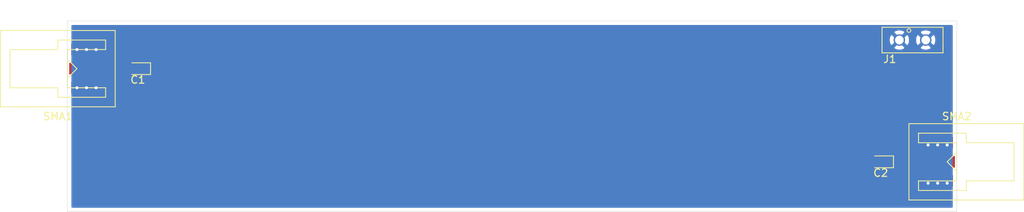
<source format=kicad_pcb>
(kicad_pcb (version 20171130) (host pcbnew 5.1.2-f72e74a~84~ubuntu18.04.1)

  (general
    (thickness 1.6)
    (drawings 4)
    (tracks 24)
    (zones 0)
    (modules 5)
    (nets 6)
  )

  (page A4)
  (layers
    (0 F.Cu signal)
    (31 B.Cu signal)
    (32 B.Adhes user)
    (33 F.Adhes user)
    (34 B.Paste user)
    (35 F.Paste user)
    (36 B.SilkS user)
    (37 F.SilkS user)
    (38 B.Mask user)
    (39 F.Mask user)
    (40 Dwgs.User user)
    (41 Cmts.User user)
    (42 Eco1.User user)
    (43 Eco2.User user)
    (44 Edge.Cuts user)
    (45 Margin user)
    (46 B.CrtYd user)
    (47 F.CrtYd user)
    (48 B.Fab user)
    (49 F.Fab user)
  )

  (setup
    (last_trace_width 0.25)
    (trace_clearance 0.2)
    (zone_clearance 0.508)
    (zone_45_only no)
    (trace_min 0.2)
    (via_size 0.8)
    (via_drill 0.4)
    (via_min_size 0.4)
    (via_min_drill 0.3)
    (uvia_size 0.3)
    (uvia_drill 0.1)
    (uvias_allowed no)
    (uvia_min_size 0.2)
    (uvia_min_drill 0.1)
    (edge_width 0.05)
    (segment_width 0.2)
    (pcb_text_width 0.3)
    (pcb_text_size 1.5 1.5)
    (mod_edge_width 0.12)
    (mod_text_size 1 1)
    (mod_text_width 0.15)
    (pad_size 1.524 1.524)
    (pad_drill 0.762)
    (pad_to_mask_clearance 0.051)
    (solder_mask_min_width 0.25)
    (aux_axis_origin 0 0)
    (visible_elements FFFFFF7F)
    (pcbplotparams
      (layerselection 0x010fc_ffffffff)
      (usegerberextensions false)
      (usegerberattributes false)
      (usegerberadvancedattributes false)
      (creategerberjobfile false)
      (excludeedgelayer true)
      (linewidth 0.100000)
      (plotframeref false)
      (viasonmask false)
      (mode 1)
      (useauxorigin false)
      (hpglpennumber 1)
      (hpglpenspeed 20)
      (hpglpendiameter 15.000000)
      (psnegative false)
      (psa4output false)
      (plotreference true)
      (plotvalue true)
      (plotinvisibletext false)
      (padsonsilk false)
      (subtractmaskfromsilk false)
      (outputformat 1)
      (mirror false)
      (drillshape 0)
      (scaleselection 1)
      (outputdirectory "ger_drill_fr4_proto2/"))
  )

  (net 0 "")
  (net 1 GND)
  (net 2 "Net-(C1-Pad2)")
  (net 3 "Net-(C1-Pad1)")
  (net 4 "Net-(C2-Pad2)")
  (net 5 "Net-(C2-Pad1)")

  (net_class Default "This is the default net class."
    (clearance 0.2)
    (trace_width 0.25)
    (via_dia 0.8)
    (via_drill 0.4)
    (uvia_dia 0.3)
    (uvia_drill 0.1)
    (add_net GND)
    (add_net "Net-(C1-Pad1)")
    (add_net "Net-(C1-Pad2)")
    (add_net "Net-(C2-Pad1)")
    (add_net "Net-(C2-Pad2)")
  )

  (module Capacitor_Tantalum_SMD:CP_EIA-1608-08_AVX-J_Pad1.25x1.05mm_HandSolder (layer F.Cu) (tedit 5B301BBE) (tstamp 5DDD25B9)
    (at 176.6 94.95 180)
    (descr "Tantalum Capacitor SMD AVX-J (1608-08 Metric), IPC_7351 nominal, (Body size from: https://www.vishay.com/docs/48064/_t58_vmn_pt0471_1601.pdf), generated with kicad-footprint-generator")
    (tags "capacitor tantalum")
    (path /5DDDA9E0)
    (attr smd)
    (fp_text reference C2 (at 0 -1.48) (layer F.SilkS)
      (effects (font (size 1 1) (thickness 0.15)))
    )
    (fp_text value 10n (at 0 1.48) (layer F.Fab)
      (effects (font (size 1 1) (thickness 0.15)))
    )
    (fp_text user %R (at 0 0) (layer F.Fab)
      (effects (font (size 0.4 0.4) (thickness 0.06)))
    )
    (fp_line (start 1.68 0.78) (end -1.68 0.78) (layer F.CrtYd) (width 0.05))
    (fp_line (start 1.68 -0.78) (end 1.68 0.78) (layer F.CrtYd) (width 0.05))
    (fp_line (start -1.68 -0.78) (end 1.68 -0.78) (layer F.CrtYd) (width 0.05))
    (fp_line (start -1.68 0.78) (end -1.68 -0.78) (layer F.CrtYd) (width 0.05))
    (fp_line (start -1.685 0.785) (end 0.8 0.785) (layer F.SilkS) (width 0.12))
    (fp_line (start -1.685 -0.785) (end -1.685 0.785) (layer F.SilkS) (width 0.12))
    (fp_line (start 0.8 -0.785) (end -1.685 -0.785) (layer F.SilkS) (width 0.12))
    (fp_line (start 0.8 0.425) (end 0.8 -0.425) (layer F.Fab) (width 0.1))
    (fp_line (start -0.8 0.425) (end 0.8 0.425) (layer F.Fab) (width 0.1))
    (fp_line (start -0.8 -0.125) (end -0.8 0.425) (layer F.Fab) (width 0.1))
    (fp_line (start -0.5 -0.425) (end -0.8 -0.125) (layer F.Fab) (width 0.1))
    (fp_line (start 0.8 -0.425) (end -0.5 -0.425) (layer F.Fab) (width 0.1))
    (pad 2 smd roundrect (at 0.8 0 180) (size 1.25 1.05) (layers F.Cu F.Paste F.Mask) (roundrect_rratio 0.238095)
      (net 4 "Net-(C2-Pad2)"))
    (pad 1 smd roundrect (at -0.8 0 180) (size 1.25 1.05) (layers F.Cu F.Paste F.Mask) (roundrect_rratio 0.238095)
      (net 5 "Net-(C2-Pad1)"))
    (model ${KISYS3DMOD}/Capacitor_Tantalum_SMD.3dshapes/CP_EIA-1608-08_AVX-J.wrl
      (at (xyz 0 0 0))
      (scale (xyz 1 1 1))
      (rotate (xyz 0 0 0))
    )
  )

  (module Capacitor_Tantalum_SMD:CP_EIA-1608-08_AVX-J_Pad1.25x1.05mm_HandSolder (layer F.Cu) (tedit 5B301BBE) (tstamp 5DDD25A6)
    (at 77.94 82.55 180)
    (descr "Tantalum Capacitor SMD AVX-J (1608-08 Metric), IPC_7351 nominal, (Body size from: https://www.vishay.com/docs/48064/_t58_vmn_pt0471_1601.pdf), generated with kicad-footprint-generator")
    (tags "capacitor tantalum")
    (path /5DDDA1EE)
    (attr smd)
    (fp_text reference C1 (at 0 -1.48) (layer F.SilkS)
      (effects (font (size 1 1) (thickness 0.15)))
    )
    (fp_text value 10n (at 0 1.48) (layer F.Fab)
      (effects (font (size 1 1) (thickness 0.15)))
    )
    (fp_text user %R (at 0 0) (layer F.Fab)
      (effects (font (size 0.4 0.4) (thickness 0.06)))
    )
    (fp_line (start 1.68 0.78) (end -1.68 0.78) (layer F.CrtYd) (width 0.05))
    (fp_line (start 1.68 -0.78) (end 1.68 0.78) (layer F.CrtYd) (width 0.05))
    (fp_line (start -1.68 -0.78) (end 1.68 -0.78) (layer F.CrtYd) (width 0.05))
    (fp_line (start -1.68 0.78) (end -1.68 -0.78) (layer F.CrtYd) (width 0.05))
    (fp_line (start -1.685 0.785) (end 0.8 0.785) (layer F.SilkS) (width 0.12))
    (fp_line (start -1.685 -0.785) (end -1.685 0.785) (layer F.SilkS) (width 0.12))
    (fp_line (start 0.8 -0.785) (end -1.685 -0.785) (layer F.SilkS) (width 0.12))
    (fp_line (start 0.8 0.425) (end 0.8 -0.425) (layer F.Fab) (width 0.1))
    (fp_line (start -0.8 0.425) (end 0.8 0.425) (layer F.Fab) (width 0.1))
    (fp_line (start -0.8 -0.125) (end -0.8 0.425) (layer F.Fab) (width 0.1))
    (fp_line (start -0.5 -0.425) (end -0.8 -0.125) (layer F.Fab) (width 0.1))
    (fp_line (start 0.8 -0.425) (end -0.5 -0.425) (layer F.Fab) (width 0.1))
    (pad 2 smd roundrect (at 0.8 0 180) (size 1.25 1.05) (layers F.Cu F.Paste F.Mask) (roundrect_rratio 0.238095)
      (net 2 "Net-(C1-Pad2)"))
    (pad 1 smd roundrect (at -0.8 0 180) (size 1.25 1.05) (layers F.Cu F.Paste F.Mask) (roundrect_rratio 0.238095)
      (net 3 "Net-(C1-Pad1)"))
    (model ${KISYS3DMOD}/Capacitor_Tantalum_SMD.3dshapes/CP_EIA-1608-08_AVX-J.wrl
      (at (xyz 0 0 0))
      (scale (xyz 1 1 1))
      (rotate (xyz 0 0 0))
    )
  )

  (module sma_custom:CONSMA003.062-G (layer F.Cu) (tedit 5D1F15C9) (tstamp 5DDD2330)
    (at 187.96 97.49)
    (path /5DDD24D6)
    (fp_text reference SMA2 (at -1.27 -8.59) (layer F.SilkS)
      (effects (font (size 1 1) (thickness 0.15)))
    )
    (fp_text value sma_connector (at -1.27 -11.13) (layer F.Fab)
      (effects (font (size 1 1) (thickness 0.15)))
    )
    (fp_line (start -1.27 -1.27) (end -2.54 -2.54) (layer F.SilkS) (width 0.12))
    (fp_line (start -1.27 -3.81) (end -2.54 -2.54) (layer F.SilkS) (width 0.12))
    (fp_line (start -7.62 2.54) (end 7.62 2.54) (layer F.SilkS) (width 0.12))
    (fp_line (start 7.62 -7.62) (end -7.62 -7.62) (layer F.SilkS) (width 0.12))
    (fp_line (start -6.35 0) (end -6.35 1.27) (layer F.SilkS) (width 0.12))
    (fp_line (start -1.27 0) (end -6.35 0) (layer F.SilkS) (width 0.12))
    (fp_line (start -1.27 -5.08) (end -1.27 0) (layer F.SilkS) (width 0.12))
    (fp_line (start -6.35 -5.08) (end -1.27 -5.08) (layer F.SilkS) (width 0.12))
    (fp_line (start -6.35 -6.35) (end -6.35 -5.08) (layer F.SilkS) (width 0.12))
    (fp_line (start 6.35 -5.08) (end 6.35 0) (layer F.SilkS) (width 0.12))
    (fp_line (start 0 -5.08) (end 6.35 -5.08) (layer F.SilkS) (width 0.12))
    (fp_line (start 0 -6.35) (end 0 -5.08) (layer F.SilkS) (width 0.12))
    (fp_line (start 0 0) (end 6.35 0) (layer F.SilkS) (width 0.12))
    (fp_line (start 0 1.27) (end 0 0) (layer F.SilkS) (width 0.12))
    (fp_line (start 7.62 2.54) (end 7.62 -7.62) (layer F.SilkS) (width 0.12))
    (fp_line (start -7.62 -7.62) (end -7.62 2.54) (layer F.SilkS) (width 0.12))
    (fp_line (start 0 1.27) (end -6.35 1.27) (layer F.SilkS) (width 0.12))
    (fp_line (start -6.35 -6.35) (end 0 -6.35) (layer F.SilkS) (width 0.12))
    (pad 3 smd rect (at -3.81 0) (size 4.06 1.52) (layers F.Cu F.Paste F.Mask)
      (net 1 GND))
    (pad 2 smd rect (at -3.81 -5.08) (size 4.06 1.52) (layers F.Cu F.Paste F.Mask)
      (net 1 GND))
    (pad 1 smd rect (at -3.81 -2.54) (size 4.6 1.52) (layers F.Cu F.Paste F.Mask)
      (net 5 "Net-(C2-Pad1)"))
  )

  (module sma_custom:CONSMA003.062-G (layer F.Cu) (tedit 5D1F15C9) (tstamp 5DDD2317)
    (at 67.31 80.01 180)
    (path /5DDD1EED)
    (fp_text reference SMA1 (at 0 -8.89) (layer F.SilkS)
      (effects (font (size 1 1) (thickness 0.15)))
    )
    (fp_text value sma_connector (at 0 -10.16) (layer F.Fab)
      (effects (font (size 1 1) (thickness 0.15)))
    )
    (fp_line (start -1.27 -1.27) (end -2.54 -2.54) (layer F.SilkS) (width 0.12))
    (fp_line (start -1.27 -3.81) (end -2.54 -2.54) (layer F.SilkS) (width 0.12))
    (fp_line (start -7.62 2.54) (end 7.62 2.54) (layer F.SilkS) (width 0.12))
    (fp_line (start 7.62 -7.62) (end -7.62 -7.62) (layer F.SilkS) (width 0.12))
    (fp_line (start -6.35 0) (end -6.35 1.27) (layer F.SilkS) (width 0.12))
    (fp_line (start -1.27 0) (end -6.35 0) (layer F.SilkS) (width 0.12))
    (fp_line (start -1.27 -5.08) (end -1.27 0) (layer F.SilkS) (width 0.12))
    (fp_line (start -6.35 -5.08) (end -1.27 -5.08) (layer F.SilkS) (width 0.12))
    (fp_line (start -6.35 -6.35) (end -6.35 -5.08) (layer F.SilkS) (width 0.12))
    (fp_line (start 6.35 -5.08) (end 6.35 0) (layer F.SilkS) (width 0.12))
    (fp_line (start 0 -5.08) (end 6.35 -5.08) (layer F.SilkS) (width 0.12))
    (fp_line (start 0 -6.35) (end 0 -5.08) (layer F.SilkS) (width 0.12))
    (fp_line (start 0 0) (end 6.35 0) (layer F.SilkS) (width 0.12))
    (fp_line (start 0 1.27) (end 0 0) (layer F.SilkS) (width 0.12))
    (fp_line (start 7.62 2.54) (end 7.62 -7.62) (layer F.SilkS) (width 0.12))
    (fp_line (start -7.62 -7.62) (end -7.62 2.54) (layer F.SilkS) (width 0.12))
    (fp_line (start 0 1.27) (end -6.35 1.27) (layer F.SilkS) (width 0.12))
    (fp_line (start -6.35 -6.35) (end 0 -6.35) (layer F.SilkS) (width 0.12))
    (pad 3 smd rect (at -3.81 0 180) (size 4.06 1.52) (layers F.Cu F.Paste F.Mask)
      (net 1 GND))
    (pad 2 smd rect (at -3.81 -5.08 180) (size 4.06 1.52) (layers F.Cu F.Paste F.Mask)
      (net 1 GND))
    (pad 1 smd rect (at -3.81 -2.54 180) (size 4.6 1.52) (layers F.Cu F.Paste F.Mask)
      (net 2 "Net-(C1-Pad2)"))
  )

  (module borniers:PRT-08084 (layer F.Cu) (tedit 5D01074F) (tstamp 5DDD22FE)
    (at 179.07 73.66 180)
    (path /5DDD36B4)
    (fp_text reference J1 (at 1.27 -7.62) (layer F.SilkS)
      (effects (font (size 1 1) (thickness 0.15)))
    )
    (fp_text value Berlioz (at -2.54 -8.89) (layer F.Fab)
      (effects (font (size 1 1) (thickness 0.15)))
    )
    (fp_circle (center -1.27 -3.81) (end -1.02 -3.81) (layer F.SilkS) (width 0.12))
    (fp_line (start 2.3 -3.38) (end -5.8 -3.38) (layer F.SilkS) (width 0.12))
    (fp_line (start -5.8 -6.78) (end 2.3 -6.78) (layer F.SilkS) (width 0.12))
    (fp_line (start 2.3 -3.38) (end 2.3 -6.78) (layer F.SilkS) (width 0.12))
    (fp_line (start -5.8 -3.38) (end -5.8 -6.78) (layer F.SilkS) (width 0.12))
    (pad 2 thru_hole circle (at 0 -5.08 180) (size 1.524 1.524) (drill 1.15) (layers *.Cu *.Mask)
      (net 1 GND))
    (pad 1 thru_hole circle (at -3.5 -5.08 180) (size 1.524 1.524) (drill 1.15) (layers *.Cu *.Mask)
      (net 1 GND))
  )

  (gr_line (start 186.69 76.2) (end 186.69 101.6) (layer Edge.Cuts) (width 0.05) (tstamp 5DDD306E))
  (gr_line (start 68.58 76.2) (end 186.69 76.2) (layer Edge.Cuts) (width 0.05))
  (gr_line (start 68.58 101.6) (end 68.58 76.2) (layer Edge.Cuts) (width 0.05))
  (gr_line (start 186.69 101.6) (end 68.58 101.6) (layer Edge.Cuts) (width 0.05))

  (segment (start 85.11 85.1834) (end 106.6 85.1834) (width 1.924) (layer F.Cu) (net 0))
  (segment (start 106.782 85.512) (end 127.862 85.512) (width 2.585) (layer F.Cu) (net 0))
  (segment (start 106.782 88.744) (end 127.862 88.744) (width 2.585) (layer F.Cu) (net 0))
  (segment (start 128.27 88.744) (end 149.35 88.744) (width 2.585) (layer F.Cu) (net 0))
  (segment (start 128.27 91.976) (end 149.35 91.976) (width 2.585) (layer F.Cu) (net 0))
  (segment (start 149.56 92.311) (end 171.05 92.311) (width 1.924) (layer F.Cu) (net 0))
  (via (at 185.42 97.79) (size 0.8) (drill 0.4) (layers F.Cu B.Cu) (net 1))
  (via (at 184.15 97.79) (size 0.8) (drill 0.4) (layers F.Cu B.Cu) (net 1))
  (via (at 182.88 97.79) (size 0.8) (drill 0.4) (layers F.Cu B.Cu) (net 1))
  (via (at 185.42 92.71) (size 0.8) (drill 0.4) (layers F.Cu B.Cu) (net 1))
  (via (at 184.15 92.71) (size 0.8) (drill 0.4) (layers F.Cu B.Cu) (net 1))
  (via (at 182.88 92.71) (size 0.8) (drill 0.4) (layers F.Cu B.Cu) (net 1))
  (via (at 72.39 85.09) (size 0.8) (drill 0.4) (layers F.Cu B.Cu) (net 1))
  (via (at 71.12 85.09) (size 0.8) (drill 0.4) (layers F.Cu B.Cu) (net 1))
  (via (at 69.85 85.09) (size 0.8) (drill 0.4) (layers F.Cu B.Cu) (net 1))
  (via (at 72.39 80.01) (size 0.8) (drill 0.4) (layers F.Cu B.Cu) (net 1))
  (via (at 71.12 80.01) (size 0.8) (drill 0.4) (layers F.Cu B.Cu) (net 1))
  (via (at 69.85 80.01) (size 0.8) (drill 0.4) (layers F.Cu B.Cu) (net 1))
  (segment (start 149.56 94.4544) (end 171.05 94.4544) (width 1.924) (layer F.Cu) (net 4))
  (segment (start 171.37 94.95) (end 175 94.95) (width 2.9) (layer F.Cu) (net 4))
  (segment (start 85.11 83.04) (end 106.6 83.04) (width 1.924) (layer F.Cu) (net 3))
  (segment (start 79.61 82.55) (end 85 82.55) (width 2.9) (layer F.Cu) (net 3))
  (segment (start 70.3 82.55) (end 76.3 82.55) (width 2.9) (layer F.Cu) (net 2))
  (segment (start 184.8 94.95) (end 178.3 94.95) (width 2.9) (layer F.Cu) (net 5))

  (zone (net 1) (net_name GND) (layer B.Cu) (tstamp 5DDD3117) (hatch edge 0.508)
    (connect_pads (clearance 0.508))
    (min_thickness 0.254)
    (fill yes (arc_segments 32) (thermal_gap 0.508) (thermal_bridge_width 0.508))
    (polygon
      (pts
        (xy 186.69 76.2) (xy 186.69 101.6) (xy 68.58 101.6) (xy 68.58 76.2)
      )
    )
    (filled_polygon
      (pts
        (xy 186.030001 100.94) (xy 69.24 100.94) (xy 69.24 79.705565) (xy 178.28404 79.705565) (xy 178.35102 79.945656)
        (xy 178.600048 80.062756) (xy 178.867135 80.129023) (xy 179.142017 80.14191) (xy 179.414133 80.100922) (xy 179.673023 80.007636)
        (xy 179.78898 79.945656) (xy 179.85596 79.705565) (xy 181.78404 79.705565) (xy 181.85102 79.945656) (xy 182.100048 80.062756)
        (xy 182.367135 80.129023) (xy 182.642017 80.14191) (xy 182.914133 80.100922) (xy 183.173023 80.007636) (xy 183.28898 79.945656)
        (xy 183.35596 79.705565) (xy 182.57 78.919605) (xy 181.78404 79.705565) (xy 179.85596 79.705565) (xy 179.07 78.919605)
        (xy 178.28404 79.705565) (xy 69.24 79.705565) (xy 69.24 78.812017) (xy 177.66809 78.812017) (xy 177.709078 79.084133)
        (xy 177.802364 79.343023) (xy 177.864344 79.45898) (xy 178.104435 79.52596) (xy 178.890395 78.74) (xy 179.249605 78.74)
        (xy 180.035565 79.52596) (xy 180.275656 79.45898) (xy 180.392756 79.209952) (xy 180.459023 78.942865) (xy 180.465157 78.812017)
        (xy 181.16809 78.812017) (xy 181.209078 79.084133) (xy 181.302364 79.343023) (xy 181.364344 79.45898) (xy 181.604435 79.52596)
        (xy 182.390395 78.74) (xy 182.749605 78.74) (xy 183.535565 79.52596) (xy 183.775656 79.45898) (xy 183.892756 79.209952)
        (xy 183.959023 78.942865) (xy 183.97191 78.667983) (xy 183.930922 78.395867) (xy 183.837636 78.136977) (xy 183.775656 78.02102)
        (xy 183.535565 77.95404) (xy 182.749605 78.74) (xy 182.390395 78.74) (xy 181.604435 77.95404) (xy 181.364344 78.02102)
        (xy 181.247244 78.270048) (xy 181.180977 78.537135) (xy 181.16809 78.812017) (xy 180.465157 78.812017) (xy 180.47191 78.667983)
        (xy 180.430922 78.395867) (xy 180.337636 78.136977) (xy 180.275656 78.02102) (xy 180.035565 77.95404) (xy 179.249605 78.74)
        (xy 178.890395 78.74) (xy 178.104435 77.95404) (xy 177.864344 78.02102) (xy 177.747244 78.270048) (xy 177.680977 78.537135)
        (xy 177.66809 78.812017) (xy 69.24 78.812017) (xy 69.24 77.774435) (xy 178.28404 77.774435) (xy 179.07 78.560395)
        (xy 179.85596 77.774435) (xy 181.78404 77.774435) (xy 182.57 78.560395) (xy 183.35596 77.774435) (xy 183.28898 77.534344)
        (xy 183.039952 77.417244) (xy 182.772865 77.350977) (xy 182.497983 77.33809) (xy 182.225867 77.379078) (xy 181.966977 77.472364)
        (xy 181.85102 77.534344) (xy 181.78404 77.774435) (xy 179.85596 77.774435) (xy 179.78898 77.534344) (xy 179.539952 77.417244)
        (xy 179.272865 77.350977) (xy 178.997983 77.33809) (xy 178.725867 77.379078) (xy 178.466977 77.472364) (xy 178.35102 77.534344)
        (xy 178.28404 77.774435) (xy 69.24 77.774435) (xy 69.24 76.86) (xy 186.03 76.86)
      )
    )
  )
)

</source>
